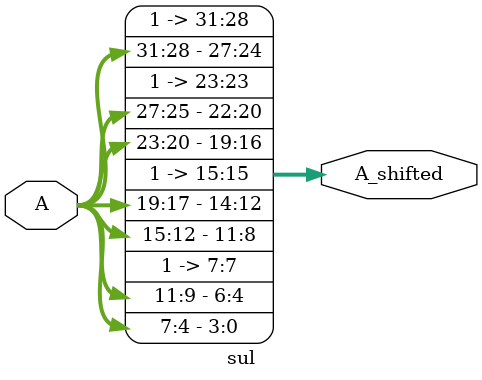
<source format=v>
module sul(
    output[31:0] A_shifted,
    input[31:0] A
);
// Set the right border
assign A_shifted[7] = 1'b1;
assign A_shifted[7] = 1'b1;
assign A_shifted[15] = 1'b1;
assign A_shifted[23] = 1'b1;

// Set the bottom border
assign A_shifted[31:28] = 4'b1111;

// Set the rest
assign A_shifted[3:0] = A[7:4];
assign A_shifted[6:4] = A[11:9];

assign A_shifted[11:8] = A[15:12];
assign A_shifted[14:12] = A[19:17];

assign A_shifted[19:16] = A[23:20];
assign A_shifted[22:20] = A[27:25];

assign A_shifted[27:24] = A[31:28];
endmodule
</source>
